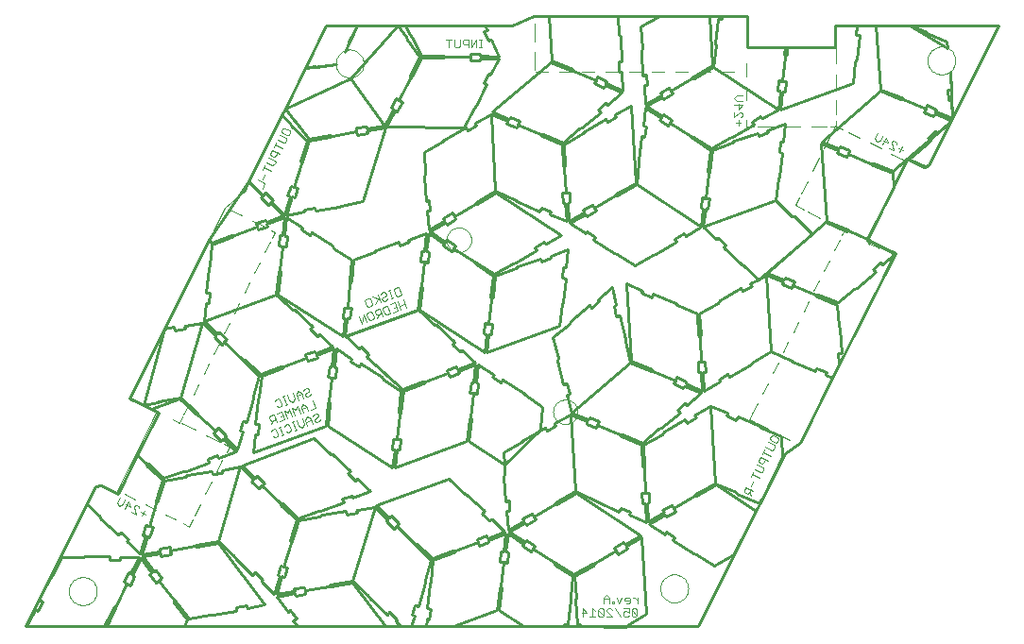
<source format=gbo>
G75*
%MOIN*%
%OFA0B0*%
%FSLAX24Y24*%
%IPPOS*%
%LPD*%
%AMOC8*
5,1,8,0,0,1.08239X$1,22.5*
%
%ADD10C,0.0000*%
%ADD11C,0.0030*%
%ADD12C,0.0039*%
%ADD13C,0.0100*%
D10*
X001464Y000942D02*
X003925Y005873D01*
X004112Y005912D01*
X004642Y005647D01*
X006093Y008539D01*
X005142Y009018D01*
X008482Y015706D01*
X009141Y016296D01*
X012065Y022152D01*
X018610Y022152D01*
X019397Y022467D01*
X026907Y022467D01*
X026907Y021414D01*
X030047Y021414D01*
X030047Y022074D01*
X030145Y022152D01*
X035785Y022152D01*
X033275Y017133D01*
X033147Y017113D01*
X032557Y017408D01*
X031120Y014554D01*
X032097Y014066D01*
X028748Y007379D01*
X028236Y007064D01*
X025175Y000942D01*
X001464Y000942D01*
X002981Y002181D02*
X002983Y002225D01*
X002989Y002269D01*
X002999Y002312D01*
X003012Y002354D01*
X003030Y002394D01*
X003051Y002433D01*
X003075Y002470D01*
X003102Y002505D01*
X003133Y002537D01*
X003166Y002566D01*
X003202Y002592D01*
X003240Y002614D01*
X003280Y002633D01*
X003321Y002649D01*
X003364Y002661D01*
X003407Y002669D01*
X003451Y002673D01*
X003495Y002673D01*
X003539Y002669D01*
X003582Y002661D01*
X003625Y002649D01*
X003666Y002633D01*
X003706Y002614D01*
X003744Y002592D01*
X003780Y002566D01*
X003813Y002537D01*
X003844Y002505D01*
X003871Y002470D01*
X003895Y002433D01*
X003916Y002394D01*
X003934Y002354D01*
X003947Y002312D01*
X003957Y002269D01*
X003963Y002225D01*
X003965Y002181D01*
X003963Y002137D01*
X003957Y002093D01*
X003947Y002050D01*
X003934Y002008D01*
X003916Y001968D01*
X003895Y001929D01*
X003871Y001892D01*
X003844Y001857D01*
X003813Y001825D01*
X003780Y001796D01*
X003744Y001770D01*
X003706Y001748D01*
X003666Y001729D01*
X003625Y001713D01*
X003582Y001701D01*
X003539Y001693D01*
X003495Y001689D01*
X003451Y001689D01*
X003407Y001693D01*
X003364Y001701D01*
X003321Y001713D01*
X003280Y001729D01*
X003240Y001748D01*
X003202Y001770D01*
X003166Y001796D01*
X003133Y001825D01*
X003102Y001857D01*
X003075Y001892D01*
X003051Y001929D01*
X003030Y001968D01*
X003012Y002008D01*
X002999Y002050D01*
X002989Y002093D01*
X002983Y002137D01*
X002981Y002181D01*
X016313Y014581D02*
X016315Y014622D01*
X016321Y014663D01*
X016331Y014703D01*
X016344Y014742D01*
X016361Y014779D01*
X016382Y014815D01*
X016406Y014849D01*
X016433Y014880D01*
X016462Y014908D01*
X016495Y014934D01*
X016529Y014956D01*
X016566Y014975D01*
X016604Y014990D01*
X016644Y015002D01*
X016684Y015010D01*
X016725Y015014D01*
X016767Y015014D01*
X016808Y015010D01*
X016848Y015002D01*
X016888Y014990D01*
X016926Y014975D01*
X016962Y014956D01*
X016997Y014934D01*
X017030Y014908D01*
X017059Y014880D01*
X017086Y014849D01*
X017110Y014815D01*
X017131Y014779D01*
X017148Y014742D01*
X017161Y014703D01*
X017171Y014663D01*
X017177Y014622D01*
X017179Y014581D01*
X017177Y014540D01*
X017171Y014499D01*
X017161Y014459D01*
X017148Y014420D01*
X017131Y014383D01*
X017110Y014347D01*
X017086Y014313D01*
X017059Y014282D01*
X017030Y014254D01*
X016997Y014228D01*
X016963Y014206D01*
X016926Y014187D01*
X016888Y014172D01*
X016848Y014160D01*
X016808Y014152D01*
X016767Y014148D01*
X016725Y014148D01*
X016684Y014152D01*
X016644Y014160D01*
X016604Y014172D01*
X016566Y014187D01*
X016530Y014206D01*
X016495Y014228D01*
X016462Y014254D01*
X016433Y014282D01*
X016406Y014313D01*
X016382Y014347D01*
X016361Y014383D01*
X016344Y014420D01*
X016331Y014459D01*
X016321Y014499D01*
X016315Y014540D01*
X016313Y014581D01*
X020065Y008510D02*
X020067Y008551D01*
X020073Y008592D01*
X020083Y008632D01*
X020096Y008671D01*
X020113Y008708D01*
X020134Y008744D01*
X020158Y008778D01*
X020185Y008809D01*
X020214Y008837D01*
X020247Y008863D01*
X020281Y008885D01*
X020318Y008904D01*
X020356Y008919D01*
X020396Y008931D01*
X020436Y008939D01*
X020477Y008943D01*
X020519Y008943D01*
X020560Y008939D01*
X020600Y008931D01*
X020640Y008919D01*
X020678Y008904D01*
X020714Y008885D01*
X020749Y008863D01*
X020782Y008837D01*
X020811Y008809D01*
X020838Y008778D01*
X020862Y008744D01*
X020883Y008708D01*
X020900Y008671D01*
X020913Y008632D01*
X020923Y008592D01*
X020929Y008551D01*
X020931Y008510D01*
X020929Y008469D01*
X020923Y008428D01*
X020913Y008388D01*
X020900Y008349D01*
X020883Y008312D01*
X020862Y008276D01*
X020838Y008242D01*
X020811Y008211D01*
X020782Y008183D01*
X020749Y008157D01*
X020715Y008135D01*
X020678Y008116D01*
X020640Y008101D01*
X020600Y008089D01*
X020560Y008081D01*
X020519Y008077D01*
X020477Y008077D01*
X020436Y008081D01*
X020396Y008089D01*
X020356Y008101D01*
X020318Y008116D01*
X020282Y008135D01*
X020247Y008157D01*
X020214Y008183D01*
X020185Y008211D01*
X020158Y008242D01*
X020134Y008276D01*
X020113Y008312D01*
X020096Y008349D01*
X020083Y008388D01*
X020073Y008428D01*
X020067Y008469D01*
X020065Y008510D01*
X023850Y002278D02*
X023852Y002322D01*
X023858Y002366D01*
X023868Y002409D01*
X023881Y002451D01*
X023899Y002491D01*
X023920Y002530D01*
X023944Y002567D01*
X023971Y002602D01*
X024002Y002634D01*
X024035Y002663D01*
X024071Y002689D01*
X024109Y002711D01*
X024149Y002730D01*
X024190Y002746D01*
X024233Y002758D01*
X024276Y002766D01*
X024320Y002770D01*
X024364Y002770D01*
X024408Y002766D01*
X024451Y002758D01*
X024494Y002746D01*
X024535Y002730D01*
X024575Y002711D01*
X024613Y002689D01*
X024649Y002663D01*
X024682Y002634D01*
X024713Y002602D01*
X024740Y002567D01*
X024764Y002530D01*
X024785Y002491D01*
X024803Y002451D01*
X024816Y002409D01*
X024826Y002366D01*
X024832Y002322D01*
X024834Y002278D01*
X024832Y002234D01*
X024826Y002190D01*
X024816Y002147D01*
X024803Y002105D01*
X024785Y002065D01*
X024764Y002026D01*
X024740Y001989D01*
X024713Y001954D01*
X024682Y001922D01*
X024649Y001893D01*
X024613Y001867D01*
X024575Y001845D01*
X024535Y001826D01*
X024494Y001810D01*
X024451Y001798D01*
X024408Y001790D01*
X024364Y001786D01*
X024320Y001786D01*
X024276Y001790D01*
X024233Y001798D01*
X024190Y001810D01*
X024149Y001826D01*
X024109Y001845D01*
X024071Y001867D01*
X024035Y001893D01*
X024002Y001922D01*
X023971Y001954D01*
X023944Y001989D01*
X023920Y002026D01*
X023899Y002065D01*
X023881Y002105D01*
X023868Y002147D01*
X023858Y002190D01*
X023852Y002234D01*
X023850Y002278D01*
X012400Y020808D02*
X012402Y020852D01*
X012408Y020896D01*
X012418Y020939D01*
X012431Y020981D01*
X012449Y021021D01*
X012470Y021060D01*
X012494Y021097D01*
X012521Y021132D01*
X012552Y021164D01*
X012585Y021193D01*
X012621Y021219D01*
X012659Y021241D01*
X012699Y021260D01*
X012740Y021276D01*
X012783Y021288D01*
X012826Y021296D01*
X012870Y021300D01*
X012914Y021300D01*
X012958Y021296D01*
X013001Y021288D01*
X013044Y021276D01*
X013085Y021260D01*
X013125Y021241D01*
X013163Y021219D01*
X013199Y021193D01*
X013232Y021164D01*
X013263Y021132D01*
X013290Y021097D01*
X013314Y021060D01*
X013335Y021021D01*
X013353Y020981D01*
X013366Y020939D01*
X013376Y020896D01*
X013382Y020852D01*
X013384Y020808D01*
X013382Y020764D01*
X013376Y020720D01*
X013366Y020677D01*
X013353Y020635D01*
X013335Y020595D01*
X013314Y020556D01*
X013290Y020519D01*
X013263Y020484D01*
X013232Y020452D01*
X013199Y020423D01*
X013163Y020397D01*
X013125Y020375D01*
X013085Y020356D01*
X013044Y020340D01*
X013001Y020328D01*
X012958Y020320D01*
X012914Y020316D01*
X012870Y020316D01*
X012826Y020320D01*
X012783Y020328D01*
X012740Y020340D01*
X012699Y020356D01*
X012659Y020375D01*
X012621Y020397D01*
X012585Y020423D01*
X012552Y020452D01*
X012521Y020484D01*
X012494Y020519D01*
X012470Y020556D01*
X012449Y020595D01*
X012431Y020635D01*
X012418Y020677D01*
X012408Y020720D01*
X012402Y020764D01*
X012400Y020808D01*
X033280Y020913D02*
X033282Y020957D01*
X033288Y021001D01*
X033298Y021044D01*
X033311Y021086D01*
X033329Y021126D01*
X033350Y021165D01*
X033374Y021202D01*
X033401Y021237D01*
X033432Y021269D01*
X033465Y021298D01*
X033501Y021324D01*
X033539Y021346D01*
X033579Y021365D01*
X033620Y021381D01*
X033663Y021393D01*
X033706Y021401D01*
X033750Y021405D01*
X033794Y021405D01*
X033838Y021401D01*
X033881Y021393D01*
X033924Y021381D01*
X033965Y021365D01*
X034005Y021346D01*
X034043Y021324D01*
X034079Y021298D01*
X034112Y021269D01*
X034143Y021237D01*
X034170Y021202D01*
X034194Y021165D01*
X034215Y021126D01*
X034233Y021086D01*
X034246Y021044D01*
X034256Y021001D01*
X034262Y020957D01*
X034264Y020913D01*
X034262Y020869D01*
X034256Y020825D01*
X034246Y020782D01*
X034233Y020740D01*
X034215Y020700D01*
X034194Y020661D01*
X034170Y020624D01*
X034143Y020589D01*
X034112Y020557D01*
X034079Y020528D01*
X034043Y020502D01*
X034005Y020480D01*
X033965Y020461D01*
X033924Y020445D01*
X033881Y020433D01*
X033838Y020425D01*
X033794Y020421D01*
X033750Y020421D01*
X033706Y020425D01*
X033663Y020433D01*
X033620Y020445D01*
X033579Y020461D01*
X033539Y020480D01*
X033501Y020502D01*
X033465Y020528D01*
X033432Y020557D01*
X033401Y020589D01*
X033374Y020624D01*
X033350Y020661D01*
X033329Y020700D01*
X033311Y020740D01*
X033298Y020782D01*
X033288Y020825D01*
X033282Y020869D01*
X033280Y020913D01*
D11*
X031825Y018199D02*
X031891Y018004D01*
X031718Y018090D01*
X031605Y018092D02*
X031476Y018048D01*
X031432Y018178D01*
X031518Y018351D01*
X031691Y018265D02*
X031605Y018092D01*
X031696Y017939D02*
X031825Y018199D01*
X032024Y018046D02*
X032089Y018068D01*
X032176Y018025D01*
X032198Y017960D01*
X032245Y017828D02*
X032419Y017742D01*
X032289Y017699D02*
X032375Y017872D01*
X032090Y017743D02*
X032003Y018003D01*
X032024Y018046D01*
X031917Y017829D02*
X032090Y017743D01*
X026700Y018704D02*
X026506Y018704D01*
X026603Y018800D02*
X026603Y018607D01*
X026700Y018901D02*
X026748Y018950D01*
X026748Y019047D01*
X026700Y019095D01*
X026651Y019095D01*
X026458Y018901D01*
X026458Y019095D01*
X026603Y019196D02*
X026603Y019390D01*
X026555Y019491D02*
X026748Y019491D01*
X026748Y019341D02*
X026603Y019196D01*
X026458Y019341D02*
X026748Y019341D01*
X026555Y019491D02*
X026458Y019588D01*
X026555Y019684D01*
X026748Y019684D01*
X017558Y021373D02*
X017461Y021373D01*
X017509Y021373D02*
X017509Y021663D01*
X017461Y021663D02*
X017558Y021663D01*
X017361Y021663D02*
X017168Y021373D01*
X017168Y021663D01*
X017067Y021663D02*
X016921Y021663D01*
X016873Y021614D01*
X016873Y021518D01*
X016921Y021469D01*
X017067Y021469D01*
X017067Y021373D02*
X017067Y021663D01*
X017361Y021663D02*
X017361Y021373D01*
X016772Y021421D02*
X016772Y021663D01*
X016578Y021663D02*
X016578Y021421D01*
X016627Y021373D01*
X016724Y021373D01*
X016772Y021421D01*
X016477Y021663D02*
X016284Y021663D01*
X016381Y021663D02*
X016381Y021373D01*
X010771Y018440D02*
X010792Y018375D01*
X010749Y018288D01*
X010685Y018267D01*
X010511Y018353D01*
X010489Y018418D01*
X010532Y018504D01*
X010597Y018526D01*
X010771Y018440D01*
X010640Y018176D02*
X010423Y018284D01*
X010337Y018110D02*
X010554Y018003D01*
X010618Y018025D01*
X010661Y018111D01*
X010640Y018176D01*
X010292Y018020D02*
X010206Y017846D01*
X010249Y017933D02*
X010509Y017804D01*
X010421Y017627D02*
X010161Y017756D01*
X010096Y017626D01*
X010118Y017561D01*
X010205Y017518D01*
X010270Y017540D01*
X010334Y017670D01*
X010247Y017384D02*
X010030Y017492D01*
X009944Y017319D02*
X010161Y017211D01*
X010225Y017233D01*
X010268Y017319D01*
X010247Y017384D01*
X009899Y017228D02*
X009813Y017055D01*
X009856Y017141D02*
X010116Y017012D01*
X009898Y016899D02*
X009812Y016726D01*
X009897Y016571D02*
X009811Y016398D01*
X009897Y016571D02*
X009637Y016700D01*
X014239Y012784D02*
X014330Y012817D01*
X014285Y012800D02*
X014384Y012528D01*
X014430Y012544D02*
X014339Y012511D01*
X014228Y012523D02*
X014200Y012461D01*
X014109Y012427D01*
X014047Y012456D01*
X014030Y012502D01*
X014059Y012564D01*
X014150Y012597D01*
X014179Y012659D01*
X014162Y012704D01*
X014100Y012733D01*
X014009Y012700D01*
X013980Y012638D01*
X013869Y012649D02*
X013968Y012376D01*
X013935Y012467D02*
X013687Y012583D01*
X013609Y012503D02*
X013675Y012321D01*
X013646Y012259D01*
X013555Y012226D01*
X013493Y012255D01*
X013427Y012437D01*
X013456Y012499D01*
X013547Y012532D01*
X013609Y012503D01*
X013786Y012310D02*
X013873Y012496D01*
X014081Y012216D02*
X014218Y012265D01*
X014317Y011992D01*
X014180Y011943D01*
X014118Y011972D01*
X014052Y012154D01*
X014081Y012216D01*
X013941Y012164D02*
X013804Y012115D01*
X013775Y012053D01*
X013809Y011962D01*
X013871Y011933D01*
X014007Y011983D01*
X013916Y011949D02*
X013858Y011825D01*
X013747Y011836D02*
X013718Y011774D01*
X013627Y011741D01*
X013565Y011770D01*
X013499Y011952D01*
X013527Y012014D01*
X013618Y012047D01*
X013680Y012018D01*
X013747Y011836D01*
X014040Y011892D02*
X013941Y012164D01*
X014313Y012300D02*
X014494Y012366D01*
X014594Y012093D01*
X014412Y012027D01*
X014453Y012196D02*
X014544Y012230D01*
X014639Y012264D02*
X014821Y012330D01*
X014871Y012194D02*
X014771Y012467D01*
X014706Y012645D02*
X014570Y012595D01*
X014508Y012624D01*
X014442Y012806D01*
X014471Y012868D01*
X014607Y012918D01*
X014706Y012645D01*
X014590Y012401D02*
X014689Y012128D01*
X013486Y011690D02*
X013387Y011963D01*
X013304Y011624D01*
X013205Y011897D01*
X011447Y009325D02*
X011463Y009280D01*
X011434Y009218D01*
X011343Y009185D01*
X011314Y009123D01*
X011331Y009077D01*
X011393Y009048D01*
X011484Y009081D01*
X011513Y009143D01*
X011447Y009325D02*
X011385Y009354D01*
X011294Y009321D01*
X011265Y009259D01*
X011186Y009179D02*
X011062Y009237D01*
X011004Y009113D01*
X011071Y008931D01*
X010942Y008987D02*
X010885Y008863D01*
X010761Y008921D01*
X010694Y009103D01*
X010599Y009068D02*
X010508Y009035D01*
X010554Y009052D02*
X010653Y008779D01*
X010608Y008763D02*
X010699Y008796D01*
X010764Y008617D02*
X010706Y008493D01*
X010582Y008551D01*
X010681Y008278D01*
X010586Y008244D02*
X010404Y008178D01*
X010309Y008143D02*
X010210Y008416D01*
X010073Y008366D01*
X010044Y008304D01*
X010078Y008213D01*
X010140Y008184D01*
X010276Y008234D01*
X010185Y008201D02*
X010127Y008077D01*
X010236Y007915D02*
X010298Y007886D01*
X010364Y007704D01*
X010335Y007642D01*
X010245Y007609D01*
X010183Y007638D01*
X010116Y007820D02*
X010145Y007882D01*
X010236Y007915D01*
X010375Y007965D02*
X010466Y007998D01*
X010421Y007982D02*
X010520Y007709D01*
X010475Y007693D02*
X010565Y007726D01*
X010644Y007806D02*
X010706Y007777D01*
X010797Y007810D01*
X010826Y007872D01*
X010760Y008054D01*
X010698Y008083D01*
X010607Y008049D01*
X010578Y007987D01*
X010586Y008244D02*
X010487Y008517D01*
X010305Y008450D01*
X010445Y008347D02*
X010536Y008380D01*
X010863Y008345D02*
X010764Y008617D01*
X010859Y008652D02*
X010958Y008379D01*
X011023Y008201D02*
X011089Y008019D01*
X011213Y007961D01*
X011271Y008085D01*
X011205Y008267D01*
X011333Y008211D02*
X011399Y008029D01*
X011349Y008165D02*
X011531Y008231D01*
X011515Y008277D02*
X011391Y008335D01*
X011333Y008211D01*
X011515Y008277D02*
X011581Y008095D01*
X011659Y008175D02*
X011721Y008146D01*
X011812Y008179D01*
X011841Y008241D01*
X011763Y008316D02*
X011672Y008283D01*
X011643Y008221D01*
X011659Y008175D01*
X011763Y008316D02*
X011791Y008378D01*
X011775Y008423D01*
X011713Y008452D01*
X011622Y008419D01*
X011593Y008357D01*
X011512Y008581D02*
X011693Y008647D01*
X011594Y008920D01*
X011350Y008728D02*
X011226Y008786D01*
X011169Y008662D01*
X011235Y008480D01*
X011140Y008445D02*
X011040Y008718D01*
X010983Y008594D01*
X010859Y008652D01*
X011185Y008616D02*
X011367Y008683D01*
X011350Y008728D02*
X011417Y008546D01*
X011252Y008997D02*
X011186Y009179D01*
X011203Y009134D02*
X011021Y009067D01*
X010942Y008987D02*
X010876Y009169D01*
X010431Y008956D02*
X010497Y008774D01*
X010469Y008712D01*
X010378Y008679D01*
X010316Y008708D01*
X010249Y008890D02*
X010278Y008952D01*
X010369Y008985D01*
X010431Y008956D01*
X010837Y008133D02*
X010928Y008166D01*
X010882Y008150D02*
X010981Y007877D01*
X010936Y007860D02*
X011027Y007894D01*
X005687Y004888D02*
X005513Y004974D01*
X005557Y004845D02*
X005643Y005018D01*
X005466Y005106D02*
X005444Y005171D01*
X005357Y005214D01*
X005292Y005192D01*
X005271Y005149D01*
X005358Y004889D01*
X005185Y004975D01*
X005159Y005150D02*
X004985Y005236D01*
X004873Y005238D02*
X004744Y005194D01*
X004700Y005324D01*
X004786Y005497D01*
X004959Y005411D02*
X004873Y005238D01*
X004964Y005085D02*
X005093Y005345D01*
X005159Y005150D01*
X021070Y001428D02*
X021263Y001428D01*
X021118Y001573D01*
X021118Y001283D01*
X021364Y001283D02*
X021558Y001283D01*
X021461Y001283D02*
X021461Y001573D01*
X021558Y001477D01*
X021659Y001525D02*
X021853Y001331D01*
X021804Y001283D01*
X021707Y001283D01*
X021659Y001331D01*
X021659Y001525D01*
X021707Y001573D01*
X021804Y001573D01*
X021853Y001525D01*
X021853Y001331D01*
X021954Y001283D02*
X022147Y001283D01*
X021954Y001477D01*
X021954Y001525D01*
X022002Y001573D01*
X022099Y001573D01*
X022147Y001525D01*
X022248Y001573D02*
X022442Y001283D01*
X022543Y001331D02*
X022591Y001283D01*
X022688Y001283D01*
X022736Y001331D01*
X022736Y001428D02*
X022640Y001477D01*
X022591Y001477D01*
X022543Y001428D01*
X022543Y001331D01*
X022736Y001428D02*
X022736Y001573D01*
X022543Y001573D01*
X022646Y001759D02*
X022742Y001759D01*
X022791Y001808D01*
X022791Y001904D01*
X022742Y001953D01*
X022646Y001953D01*
X022597Y001904D01*
X022597Y001856D01*
X022791Y001856D01*
X022891Y001953D02*
X022940Y001953D01*
X023036Y001856D01*
X023036Y001759D02*
X023036Y001953D01*
X022983Y001573D02*
X022886Y001573D01*
X022838Y001525D01*
X023031Y001331D01*
X022983Y001283D01*
X022886Y001283D01*
X022838Y001331D01*
X022838Y001525D01*
X022983Y001573D02*
X023031Y001525D01*
X023031Y001331D01*
X022399Y001759D02*
X022303Y001953D01*
X022201Y001808D02*
X022153Y001808D01*
X022153Y001759D01*
X022201Y001759D01*
X022201Y001808D01*
X022054Y001759D02*
X022054Y001953D01*
X021957Y002050D01*
X021861Y001953D01*
X021861Y001759D01*
X021861Y001904D02*
X022054Y001904D01*
X022399Y001759D02*
X022496Y001953D01*
X027040Y005558D02*
X026997Y005688D01*
X026975Y005645D02*
X027040Y005775D01*
X027126Y005732D02*
X026866Y005861D01*
X026802Y005731D01*
X026824Y005666D01*
X026910Y005623D01*
X026975Y005645D01*
X027041Y005887D02*
X027127Y006060D01*
X027042Y006215D02*
X027128Y006388D01*
X027085Y006302D02*
X027345Y006173D01*
X027390Y006372D02*
X027173Y006479D01*
X027259Y006652D02*
X027476Y006545D01*
X027498Y006480D01*
X027455Y006393D01*
X027390Y006372D01*
X027434Y006678D02*
X027499Y006700D01*
X027564Y006830D01*
X027650Y006787D02*
X027390Y006916D01*
X027326Y006786D01*
X027348Y006722D01*
X027434Y006678D01*
X027435Y007007D02*
X027521Y007180D01*
X027478Y007094D02*
X027738Y006965D01*
X027783Y007163D02*
X027566Y007271D01*
X027652Y007444D02*
X027869Y007337D01*
X027891Y007272D01*
X027848Y007185D01*
X027783Y007163D01*
X027914Y007427D02*
X027741Y007513D01*
X027719Y007578D01*
X027762Y007665D01*
X027827Y007687D01*
X028000Y007601D01*
X028022Y007536D01*
X027979Y007449D01*
X027914Y007427D01*
D12*
X028015Y007730D02*
X028429Y007522D01*
X027662Y007906D02*
X027248Y008113D01*
X027170Y008152D02*
X026993Y008240D01*
X027089Y008422D01*
X027099Y008437D02*
X027284Y008806D01*
X027460Y009158D02*
X027645Y009528D01*
X027821Y009880D02*
X028005Y010249D01*
X028181Y010602D02*
X028366Y010971D01*
X028542Y011323D02*
X028727Y011693D01*
X028903Y012045D02*
X029088Y012414D01*
X029264Y012766D02*
X029448Y013136D01*
X029625Y013488D02*
X029809Y013857D01*
X029985Y014209D02*
X030170Y014579D01*
X030264Y014761D02*
X030371Y014969D01*
X030274Y014967D02*
X029840Y015184D01*
X029487Y015360D02*
X029053Y015577D01*
X028917Y015650D02*
X028612Y015800D01*
X028762Y016098D01*
X028814Y016200D02*
X029044Y016660D01*
X029220Y017012D02*
X029451Y017471D01*
X029627Y017823D02*
X029857Y018282D01*
X029909Y018388D02*
X030026Y018620D01*
X030272Y018496D01*
X030480Y018393D02*
X030887Y018189D01*
X031239Y018013D02*
X031646Y017809D01*
X031998Y017632D02*
X032405Y017429D01*
X030044Y018575D02*
X030044Y018789D01*
X030044Y018575D02*
X029853Y018575D01*
X029729Y018579D02*
X029172Y018578D01*
X028779Y018577D02*
X028222Y018576D01*
X027828Y018576D02*
X027271Y018575D01*
X027148Y018575D02*
X026893Y018577D01*
X026893Y018813D01*
X026892Y019517D02*
X026892Y019970D01*
X026892Y020364D02*
X026892Y020816D01*
X026452Y020517D02*
X026025Y020517D01*
X025631Y020517D02*
X025204Y020517D01*
X024810Y020517D02*
X024383Y020517D01*
X023989Y020517D02*
X023562Y020517D01*
X023168Y020517D02*
X022741Y020516D01*
X022347Y020516D02*
X021920Y020516D01*
X021526Y020516D02*
X021099Y020516D01*
X020705Y020516D02*
X020278Y020516D01*
X019884Y020516D02*
X019457Y020516D01*
X019406Y020573D02*
X019407Y021203D01*
X019408Y021596D02*
X019409Y022226D01*
X009903Y015033D02*
X009449Y015260D01*
X009097Y015436D02*
X008643Y015663D01*
X010105Y014928D02*
X010247Y014858D01*
X010147Y014661D01*
X010067Y014500D02*
X009885Y014136D01*
X009709Y013784D02*
X009527Y013421D01*
X009351Y013069D02*
X009169Y012705D01*
X008993Y012353D02*
X008811Y011990D01*
X008635Y011638D02*
X008453Y011274D01*
X008277Y010922D02*
X008095Y010559D01*
X007919Y010207D02*
X007737Y009843D01*
X007561Y009491D02*
X007379Y009128D01*
X007203Y008776D02*
X007021Y008412D01*
X006980Y008335D02*
X006877Y008131D01*
X006664Y008233D01*
X006959Y008127D02*
X007464Y007873D01*
X007816Y007697D02*
X008322Y007444D01*
X008434Y007390D02*
X008636Y007287D01*
X008535Y007089D01*
X008398Y006823D02*
X008184Y006396D01*
X008008Y006044D02*
X007794Y005617D01*
X007618Y005265D02*
X007404Y004838D01*
X007344Y004703D02*
X007220Y004461D01*
X007009Y004574D01*
X006758Y004701D02*
X006392Y004886D01*
X006041Y005064D02*
X005675Y005249D01*
X005323Y005427D02*
X004957Y005612D01*
X030047Y019015D02*
X030047Y019527D01*
X030047Y019920D02*
X030047Y020432D01*
X030047Y020826D02*
X030047Y021338D01*
X031222Y014453D02*
X031563Y014309D01*
D13*
X004334Y000942D02*
X001461Y000941D01*
X004310Y000941D01*
X007037Y000941D01*
X007151Y001170D01*
X006679Y001799D01*
X006670Y001872D01*
X006155Y002562D01*
X006054Y002485D01*
X005832Y002781D01*
X005893Y002826D01*
X005896Y002844D01*
X005515Y003352D01*
X005219Y002759D01*
X005299Y002719D01*
X005139Y002399D01*
X005026Y002455D01*
X004640Y001682D01*
X004632Y001585D01*
X004310Y000941D01*
X004334Y000942D02*
X004226Y000942D01*
X004578Y001646D01*
X004639Y001687D01*
X005026Y002455D01*
X004912Y002512D01*
X005077Y002842D01*
X005145Y002808D01*
X005162Y002813D01*
X005446Y003381D01*
X004784Y003381D01*
X004784Y003292D01*
X004426Y003292D01*
X004426Y003417D01*
X003562Y003417D01*
X003471Y003381D01*
X002718Y003381D01*
X002382Y002708D01*
X002306Y002640D01*
X001920Y001868D01*
X002037Y001809D01*
X001872Y001480D01*
X001804Y001513D01*
X001782Y001509D01*
X001499Y000942D01*
X004226Y000942D01*
X004334Y000942D02*
X025175Y000942D01*
X027213Y005018D01*
X026431Y003455D01*
X026388Y003448D01*
X025738Y003068D01*
X025108Y003480D01*
X025013Y003500D01*
X024290Y003973D01*
X024358Y004078D01*
X024059Y004274D01*
X024010Y004199D01*
X023455Y004562D01*
X024004Y004882D01*
X024021Y004876D01*
X024059Y004811D01*
X024378Y004997D01*
X024313Y005107D01*
X025058Y005538D01*
X025132Y005539D01*
X025812Y005935D01*
X027213Y005018D01*
X027401Y005394D01*
X028166Y006925D01*
X028125Y007641D01*
X027433Y007938D01*
X027360Y008009D01*
X026567Y008350D01*
X026515Y008230D01*
X026177Y008376D01*
X026207Y008445D01*
X026201Y008467D01*
X025618Y008716D01*
X025778Y005994D01*
X026501Y005684D01*
X026545Y005625D01*
X027335Y005283D01*
X027385Y005401D01*
X027401Y005394D01*
X028236Y007064D01*
X028767Y007418D01*
X029927Y009720D01*
X030186Y010235D01*
X030136Y010231D01*
X030113Y010589D01*
X030238Y010597D01*
X030182Y011459D01*
X030141Y011547D01*
X030092Y012298D01*
X029398Y012590D01*
X029326Y012662D01*
X028531Y012997D01*
X028581Y013118D01*
X028241Y013261D01*
X028212Y013191D01*
X028192Y013180D01*
X027609Y013427D01*
X029681Y015200D01*
X030406Y014894D01*
X030479Y014902D01*
X031153Y014620D01*
X032068Y016451D01*
X032034Y016937D01*
X031339Y017225D01*
X031266Y017296D01*
X030469Y017627D01*
X030518Y017748D01*
X030178Y017889D01*
X030149Y017819D01*
X030129Y017808D01*
X029544Y018052D01*
X031606Y019837D01*
X032333Y019535D01*
X032406Y019544D01*
X033201Y019216D01*
X033249Y019335D01*
X033591Y019195D01*
X033562Y019125D01*
X033568Y019108D01*
X034145Y018873D01*
X034155Y018891D02*
X034068Y020504D01*
X034115Y019888D01*
X033990Y019879D01*
X034017Y019522D01*
X034106Y019529D01*
X034155Y018891D01*
X034108Y018798D02*
X032562Y017438D01*
X032063Y017006D01*
X031368Y017295D01*
X031266Y017296D01*
X030469Y017627D02*
X030418Y017507D01*
X030078Y017649D01*
X030107Y017719D01*
X030101Y017740D01*
X029516Y017982D01*
X029707Y015262D01*
X030434Y014961D01*
X030479Y014902D01*
X030371Y014969D02*
X030607Y014851D01*
X031140Y014593D02*
X032134Y014101D01*
X029927Y009720D01*
X029682Y009823D01*
X029677Y009840D01*
X029706Y009910D01*
X029366Y010053D01*
X029316Y009935D01*
X028525Y010272D01*
X028480Y010331D01*
X027755Y010637D01*
X027580Y013358D01*
X028164Y013112D01*
X028170Y013091D01*
X028140Y013021D01*
X028479Y012877D01*
X028531Y012997D01*
X029326Y012662D02*
X029428Y012659D01*
X030121Y012366D01*
X030693Y012856D01*
X030785Y012887D01*
X031442Y013449D01*
X031360Y013544D01*
X031632Y013777D01*
X031690Y013709D01*
X032122Y014079D01*
X031153Y014620D01*
X031140Y014593D02*
X032577Y017467D01*
X032589Y017461D01*
X034089Y018760D01*
X033624Y018358D01*
X033565Y018425D01*
X033295Y018191D01*
X033377Y018096D01*
X032724Y017530D01*
X032632Y017498D01*
X032589Y017461D01*
X033167Y017172D01*
X033315Y017212D01*
X034089Y018760D01*
X035785Y022152D01*
X030024Y022152D01*
X030024Y021375D01*
X028329Y021375D01*
X028303Y021142D01*
X028254Y021053D01*
X028155Y020195D01*
X028025Y020210D01*
X027983Y019844D01*
X028059Y019835D01*
X028074Y019820D01*
X028001Y019190D01*
X025719Y020683D01*
X025809Y021465D01*
X025781Y021532D01*
X025877Y022387D01*
X026004Y022372D01*
X026015Y022467D01*
X025584Y022467D01*
X023814Y022479D01*
X023161Y022104D01*
X023205Y021353D01*
X023175Y021260D01*
X023225Y020398D01*
X023350Y020405D01*
X023371Y020047D01*
X023282Y020042D01*
X023321Y019381D01*
X023871Y019698D01*
X023875Y019715D01*
X023837Y019781D01*
X024157Y019965D01*
X024221Y019854D01*
X024965Y020285D01*
X025002Y020349D01*
X025685Y020741D01*
X025584Y022467D01*
X022356Y022467D01*
X019912Y022467D01*
X020011Y020923D01*
X020736Y020617D01*
X020781Y020559D01*
X021573Y020222D01*
X021622Y020339D01*
X021962Y020196D01*
X021933Y020126D01*
X021939Y020109D01*
X022524Y019862D01*
X022481Y020523D01*
X022392Y020517D01*
X022369Y020875D01*
X022494Y020883D01*
X022439Y021745D01*
X022397Y021833D01*
X022356Y022467D01*
X019912Y022467D02*
X019397Y022467D01*
X018610Y022152D01*
X017665Y022152D01*
X014864Y022152D01*
X015021Y021831D01*
X015097Y021762D01*
X015428Y021086D01*
X016180Y021080D01*
X016271Y021043D01*
X017135Y021037D01*
X017136Y021162D01*
X017494Y021159D01*
X017493Y021070D01*
X018155Y021065D01*
X017876Y021635D01*
X017859Y021640D01*
X017791Y021607D01*
X017628Y021938D01*
X017743Y021994D01*
X017665Y022152D01*
X017492Y020998D02*
X017492Y020908D01*
X017134Y020911D01*
X017135Y021037D01*
X017492Y020998D02*
X018155Y020992D01*
X017866Y020426D01*
X017849Y020422D01*
X017782Y020457D01*
X017614Y020127D01*
X017728Y020070D01*
X017335Y019304D01*
X017273Y019264D01*
X016916Y018563D01*
X014189Y018584D01*
X014476Y019149D01*
X014498Y019153D01*
X014566Y019119D01*
X014734Y019447D01*
X014617Y019507D01*
X014501Y019566D01*
X014334Y019237D01*
X014402Y019202D01*
X014411Y019182D01*
X014122Y018618D01*
X012901Y020274D01*
X014591Y022152D01*
X014890Y021747D01*
X014914Y021653D01*
X015361Y021047D01*
X015019Y020377D01*
X015009Y020276D01*
X014617Y019507D01*
X015009Y020276D02*
X015086Y020343D01*
X015427Y021014D01*
X016180Y021008D01*
X016271Y021043D01*
X014864Y022152D02*
X014591Y022152D01*
X013144Y022152D01*
X012710Y021218D01*
X012861Y021513D01*
X012857Y021587D01*
X013144Y022152D01*
X012065Y022152D01*
X010601Y019221D01*
X012901Y020274D01*
X012413Y020796D02*
X011311Y020643D01*
X011659Y020702D01*
X011728Y020677D01*
X012413Y020796D01*
X010601Y019221D02*
X010906Y018808D01*
X010989Y018756D01*
X011436Y018151D01*
X012177Y018280D01*
X012277Y018259D01*
X013127Y018407D01*
X013105Y018536D01*
X013469Y018599D01*
X013482Y018524D01*
X013498Y018509D01*
X014122Y018618D01*
X014135Y018544D02*
X013351Y015933D01*
X012576Y015798D01*
X012519Y015751D01*
X011672Y015601D01*
X011650Y015727D01*
X011286Y015664D01*
X011299Y015589D01*
X011290Y015574D01*
X010664Y015465D01*
X010855Y016100D01*
X010940Y016074D01*
X011043Y016417D01*
X010923Y016453D01*
X011171Y017281D01*
X011163Y017378D01*
X011379Y018099D01*
X010831Y018614D01*
X010787Y018706D01*
X010486Y018990D01*
X009314Y016642D01*
X009829Y016154D01*
X009916Y016248D01*
X010185Y015994D01*
X010133Y015939D01*
X010132Y015922D01*
X010595Y015486D01*
X010785Y016121D01*
X010700Y016146D01*
X010803Y016489D01*
X010923Y016453D01*
X010090Y015876D02*
X010556Y015444D01*
X009936Y015211D01*
X009904Y015295D01*
X009569Y015169D01*
X009614Y015051D01*
X008805Y014747D01*
X008707Y014749D01*
X008003Y014484D01*
X007913Y014567D01*
X009315Y016644D01*
X009837Y016163D01*
X009750Y016070D01*
X010021Y015819D01*
X010073Y015874D01*
X010090Y015876D01*
X010582Y015377D02*
X009961Y015143D01*
X009993Y015060D01*
X009658Y014934D01*
X009614Y015051D01*
X010426Y014742D02*
X010501Y014735D01*
X010516Y014745D01*
X010582Y015377D01*
X010664Y015368D02*
X011220Y015008D01*
X011172Y014933D01*
X011473Y014739D01*
X011541Y014845D01*
X012267Y014376D01*
X012323Y014296D01*
X012956Y013888D01*
X012873Y013140D01*
X012900Y013042D01*
X012805Y012184D01*
X012935Y012169D01*
X012894Y011803D01*
X012819Y011811D01*
X012800Y011799D01*
X012731Y011169D01*
X015289Y012115D01*
X015375Y012897D01*
X015418Y012956D01*
X015515Y013811D01*
X015388Y013825D01*
X015428Y014192D01*
X015504Y014184D01*
X015518Y014194D01*
X015588Y014826D01*
X014966Y014596D01*
X014997Y014512D01*
X014662Y014388D01*
X014618Y014506D01*
X013808Y014206D01*
X013735Y014141D01*
X013029Y013880D01*
X012947Y013132D01*
X012900Y013042D01*
X012805Y012184D02*
X012675Y012198D01*
X012635Y011831D01*
X012711Y011823D01*
X012726Y011808D01*
X012657Y011178D01*
X010366Y012657D01*
X010452Y013439D01*
X010423Y013507D01*
X010515Y014362D01*
X010641Y014348D01*
X010682Y014715D01*
X010606Y014723D01*
X010594Y014736D01*
X010664Y015368D01*
X010426Y014742D02*
X010388Y014375D01*
X010515Y014362D01*
X010423Y013507D02*
X010380Y013447D01*
X010298Y012664D01*
X007746Y011704D01*
X007811Y012334D01*
X007830Y012346D01*
X007906Y012338D01*
X007944Y012705D01*
X007814Y012719D01*
X007904Y013577D01*
X007951Y013667D01*
X008028Y014416D01*
X008733Y014681D01*
X008805Y014747D01*
X007922Y014582D02*
X005126Y008993D01*
X005605Y008751D01*
X006350Y011442D01*
X006689Y011504D01*
X006713Y011375D01*
X007075Y011442D01*
X007061Y011516D01*
X007072Y011536D01*
X007695Y011649D01*
X006932Y009031D01*
X006158Y008890D01*
X006102Y008843D01*
X005605Y008751D01*
X006140Y008481D01*
X005391Y006989D01*
X005674Y006723D01*
X005717Y006631D01*
X006267Y006117D01*
X006052Y005396D01*
X006061Y005298D01*
X005814Y004470D01*
X005694Y004506D01*
X005591Y004163D01*
X005677Y004138D01*
X005488Y003503D01*
X005024Y003937D01*
X005025Y003955D01*
X005077Y004010D01*
X004807Y004263D01*
X004720Y004169D01*
X004094Y004760D01*
X004073Y004830D01*
X003618Y005257D01*
X003925Y005873D02*
X001464Y000942D01*
X001499Y000942D01*
X005572Y003400D02*
X005970Y002870D01*
X006041Y002924D01*
X006256Y002638D01*
X006155Y002562D01*
X006674Y001871D01*
X006757Y001820D01*
X007209Y001218D01*
X007949Y001353D01*
X008049Y001334D01*
X008898Y001488D01*
X008875Y001617D01*
X009238Y001682D01*
X009252Y001607D01*
X009268Y001593D01*
X009892Y001707D01*
X008255Y003888D01*
X007481Y003747D01*
X007412Y003772D01*
X006565Y003620D01*
X006543Y003746D01*
X006179Y003682D01*
X006192Y003607D01*
X006183Y003592D01*
X005557Y003482D01*
X005747Y004117D01*
X005832Y004091D01*
X005934Y004434D01*
X005814Y004470D01*
X006061Y005298D02*
X006121Y005375D01*
X006336Y006096D01*
X007078Y006226D01*
X007164Y006279D01*
X008014Y006429D01*
X008037Y006300D01*
X008400Y006365D01*
X008387Y006439D01*
X008398Y006459D01*
X009022Y006568D01*
X008243Y003955D01*
X008818Y003417D01*
X008839Y003346D01*
X009465Y002756D01*
X009552Y002849D01*
X009822Y002597D01*
X009770Y002541D01*
X009769Y002524D01*
X010233Y002089D01*
X010422Y002724D01*
X010336Y002750D01*
X010438Y003093D01*
X010559Y003057D01*
X010805Y003885D01*
X010866Y003961D01*
X011081Y004683D01*
X011822Y004813D01*
X011909Y004866D01*
X012759Y005015D01*
X012782Y004887D01*
X013145Y004951D01*
X013132Y005026D01*
X013142Y005045D01*
X013767Y005155D01*
X012988Y002541D01*
X013562Y002003D01*
X013584Y001933D01*
X014210Y001342D01*
X014297Y001436D01*
X014566Y001183D01*
X014515Y001128D01*
X014514Y001110D01*
X014694Y000941D01*
X015057Y000941D01*
X015167Y001310D01*
X015081Y001336D01*
X015183Y001679D01*
X015304Y001643D01*
X015550Y002471D01*
X015541Y002568D01*
X015756Y003290D01*
X015207Y003804D01*
X015163Y003896D01*
X014534Y004487D01*
X014623Y004582D01*
X014354Y004834D01*
X014302Y004779D01*
X014280Y004775D01*
X013818Y005209D01*
X016376Y006154D01*
X016950Y005616D01*
X017021Y005599D01*
X017651Y005012D01*
X017563Y004919D01*
X017833Y004667D01*
X017885Y004722D01*
X017902Y004724D01*
X018366Y004289D01*
X017744Y004060D01*
X017713Y004144D01*
X017377Y004019D01*
X017421Y003902D01*
X016610Y003602D01*
X016538Y003537D01*
X015832Y003276D01*
X015750Y002528D01*
X015702Y002438D01*
X015608Y001580D01*
X015738Y001565D01*
X015697Y001199D01*
X015621Y001207D01*
X015603Y001195D01*
X015575Y000941D01*
X016551Y000941D01*
X018092Y001510D01*
X018178Y002293D01*
X018221Y002352D01*
X018318Y003207D01*
X018444Y003192D01*
X018487Y003559D01*
X018412Y003568D01*
X018400Y003581D01*
X018473Y004212D01*
X019028Y003849D01*
X018979Y003775D01*
X019278Y003579D01*
X019347Y003684D01*
X020070Y003211D01*
X020166Y003191D01*
X020796Y002779D01*
X021446Y003159D01*
X021546Y003174D01*
X022292Y003609D01*
X022358Y003497D01*
X022676Y003683D01*
X022638Y003748D01*
X022641Y003770D01*
X023189Y004089D01*
X023364Y001368D01*
X022684Y000971D01*
X022647Y000908D01*
X021037Y000941D01*
X021032Y001018D01*
X020906Y001010D01*
X020851Y001872D01*
X020881Y001964D01*
X020833Y002716D01*
X021483Y003094D01*
X021546Y003174D01*
X022292Y003609D02*
X022227Y003722D01*
X022545Y003907D01*
X022583Y003842D01*
X022604Y003834D01*
X023151Y004154D01*
X020869Y005646D01*
X020189Y005250D01*
X020116Y005249D01*
X019371Y004818D01*
X019308Y004928D01*
X018988Y004744D01*
X019025Y004678D01*
X019022Y004661D01*
X018471Y004344D01*
X018433Y005006D01*
X018522Y005011D01*
X018501Y005368D01*
X018375Y005361D01*
X018325Y006224D01*
X018356Y006316D01*
X018336Y006665D01*
X019629Y007868D01*
X019609Y007942D01*
X019696Y008689D01*
X019067Y009101D01*
X019011Y009181D01*
X018288Y009654D01*
X018219Y009549D01*
X017919Y009745D01*
X017968Y009820D01*
X017414Y010182D01*
X017340Y009551D01*
X017352Y009538D01*
X017427Y009530D01*
X017385Y009162D01*
X017258Y009178D01*
X017161Y008323D01*
X017190Y008255D01*
X017100Y007473D01*
X018336Y006665D01*
X018312Y007068D01*
X018965Y007442D01*
X019028Y007522D01*
X019776Y007953D01*
X019842Y007840D01*
X020161Y008024D01*
X020123Y008090D01*
X020126Y008111D01*
X020676Y008427D01*
X020835Y005705D01*
X021558Y005395D01*
X021603Y005336D01*
X022393Y004994D01*
X022442Y005112D01*
X022782Y004966D01*
X022752Y004896D01*
X022758Y004880D01*
X023341Y004629D01*
X023303Y005290D01*
X023213Y005285D01*
X023193Y005643D01*
X023318Y005650D01*
X023268Y006513D01*
X023298Y006605D01*
X023254Y007357D01*
X023907Y007731D01*
X023971Y007811D01*
X024719Y008242D01*
X024784Y008129D01*
X025103Y008313D01*
X025065Y008379D01*
X025069Y008400D01*
X025618Y008716D01*
X025294Y009182D02*
X024788Y008754D01*
X024731Y008822D01*
X024457Y008591D01*
X024538Y008495D01*
X023879Y007937D01*
X023786Y007906D01*
X023211Y007420D01*
X022520Y007717D01*
X022418Y007720D01*
X021625Y008061D01*
X021676Y008181D01*
X021337Y008326D01*
X021307Y008256D01*
X021288Y008245D01*
X020705Y008496D01*
X022788Y010256D01*
X022602Y011021D01*
X022622Y011092D01*
X022422Y011929D01*
X022298Y011898D01*
X022211Y012257D01*
X022284Y012275D01*
X022294Y012289D01*
X022144Y012907D01*
X021639Y012479D01*
X021696Y012411D01*
X021423Y012180D01*
X021342Y012275D01*
X020682Y011718D01*
X020636Y011632D01*
X020061Y011146D01*
X020240Y010414D01*
X020225Y010313D01*
X020429Y009475D01*
X020556Y009505D01*
X020643Y009147D01*
X020569Y009129D01*
X020555Y009112D01*
X020705Y008496D01*
X020676Y008427D02*
X021259Y008178D01*
X021264Y008156D01*
X021234Y008087D01*
X021573Y007941D01*
X021625Y008061D01*
X022418Y007720D02*
X022490Y007649D01*
X023182Y007352D01*
X023226Y006601D01*
X023268Y006513D01*
X023318Y005650D02*
X023443Y005657D01*
X023464Y005300D01*
X023375Y005295D01*
X023414Y004633D01*
X023964Y004950D01*
X023968Y004967D01*
X023930Y005033D01*
X024250Y005217D01*
X024313Y005107D01*
X025058Y005538D02*
X025095Y005601D01*
X025778Y005994D01*
X025294Y009182D02*
X024710Y009432D01*
X024695Y009425D01*
X024665Y009355D01*
X024325Y009500D01*
X024376Y009617D01*
X024425Y009735D01*
X024765Y009591D01*
X024736Y009522D01*
X024741Y009505D01*
X025327Y009258D01*
X025284Y009919D01*
X025195Y009913D01*
X025172Y010271D01*
X025297Y010279D01*
X025242Y011141D01*
X025272Y011234D01*
X025224Y011985D01*
X025874Y012363D01*
X025937Y012444D01*
X026683Y012878D01*
X026749Y012766D01*
X027067Y012952D01*
X027029Y013017D01*
X027032Y013039D01*
X027304Y013198D01*
X029117Y014718D01*
X029109Y014726D01*
X029197Y014819D01*
X028571Y015409D01*
X028499Y015426D01*
X027928Y015968D01*
X025365Y015038D01*
X025824Y014602D01*
X025846Y014605D01*
X025898Y014660D01*
X026166Y014406D01*
X026077Y014311D01*
X026703Y013717D01*
X026797Y013679D01*
X027304Y013198D01*
X027580Y013358D01*
X025365Y015038D02*
X025438Y015668D01*
X025456Y015679D01*
X025532Y015671D01*
X025575Y016037D01*
X025445Y016052D01*
X025545Y016909D01*
X025593Y016999D01*
X025679Y017747D01*
X026387Y018004D01*
X026459Y018069D01*
X027271Y018363D01*
X027314Y018245D01*
X027651Y018367D01*
X027620Y018451D01*
X028243Y018677D01*
X028170Y018046D01*
X028156Y018036D01*
X028080Y018045D01*
X028038Y017678D01*
X028164Y017664D01*
X028063Y016809D01*
X028019Y016750D01*
X027928Y015968D01*
X025445Y016052D02*
X025315Y016067D01*
X025273Y015701D01*
X025349Y015692D01*
X025364Y015676D01*
X025291Y015047D01*
X023009Y016539D01*
X023099Y017321D01*
X023071Y017389D01*
X023167Y018244D01*
X023294Y018229D01*
X023337Y018596D01*
X023261Y018604D01*
X023249Y018617D01*
X023323Y019249D01*
X023877Y018886D01*
X023828Y018811D01*
X024128Y018615D01*
X024197Y018720D01*
X024920Y018247D01*
X025015Y018228D01*
X025645Y017816D01*
X026295Y018196D01*
X026396Y018211D01*
X027141Y018646D01*
X027076Y018759D01*
X027395Y018944D01*
X027433Y018878D01*
X027453Y018870D01*
X028001Y019190D01*
X028075Y019181D02*
X030638Y020112D01*
X030729Y020893D01*
X030773Y020953D01*
X030874Y021807D01*
X030747Y021821D01*
X030786Y022152D01*
X031460Y022152D02*
X031631Y019899D01*
X032360Y019602D01*
X032406Y019544D01*
X033201Y019216D02*
X033152Y019099D01*
X033493Y018957D01*
X033522Y019027D01*
X033538Y019035D01*
X034108Y018798D01*
X033967Y021351D02*
X032665Y022152D01*
X033179Y021942D01*
X033252Y021872D01*
X033949Y021588D01*
X033967Y021351D01*
X028329Y021375D02*
X028254Y021375D01*
X028228Y021151D01*
X028254Y021053D01*
X028254Y021375D02*
X026911Y021375D01*
X026911Y022467D01*
X026015Y022467D01*
X025719Y020683D02*
X025039Y020286D01*
X024965Y020285D01*
X024221Y019854D02*
X024285Y019744D01*
X023966Y019558D01*
X023928Y019624D01*
X023911Y019629D01*
X023362Y019309D01*
X023917Y018947D01*
X023966Y019021D01*
X024265Y018825D01*
X024197Y018720D01*
X024920Y018247D02*
X024976Y018167D01*
X025606Y017755D01*
X025518Y017008D01*
X025545Y016909D01*
X025291Y015047D02*
X024743Y014727D01*
X024723Y014735D01*
X024685Y014801D01*
X024366Y014615D01*
X024431Y014502D01*
X023686Y014068D01*
X023585Y014052D01*
X022935Y013673D01*
X022305Y014085D01*
X022210Y014104D01*
X021487Y014577D01*
X021555Y014682D01*
X021256Y014878D01*
X021207Y014803D01*
X020652Y015166D01*
X021201Y015486D01*
X021218Y015480D01*
X021256Y015415D01*
X021575Y015601D01*
X021511Y015711D01*
X022255Y016142D01*
X022329Y016143D01*
X023009Y016539D01*
X022975Y016598D02*
X022292Y016206D01*
X022255Y016142D01*
X022975Y016598D02*
X022815Y019320D01*
X022266Y019004D01*
X022263Y018983D01*
X022300Y018917D01*
X021981Y018733D01*
X021916Y018846D01*
X021168Y018415D01*
X021104Y018336D01*
X020452Y017961D01*
X020495Y017209D01*
X020465Y017117D01*
X020515Y016254D01*
X020640Y016262D01*
X020661Y015904D01*
X020572Y015899D01*
X020611Y015238D01*
X021161Y015554D01*
X021165Y015572D01*
X021127Y015637D01*
X021447Y015822D01*
X021511Y015711D01*
X020500Y015895D02*
X020538Y015233D01*
X019955Y015484D01*
X019949Y015500D01*
X019979Y015570D01*
X019639Y015716D01*
X019590Y015598D01*
X018800Y015940D01*
X018756Y015999D01*
X018032Y016309D01*
X017873Y019031D01*
X018456Y018782D01*
X018461Y018761D01*
X018431Y018691D01*
X018770Y018545D01*
X018822Y018665D01*
X018873Y018785D01*
X018534Y018930D01*
X018504Y018860D01*
X018485Y018850D01*
X017903Y019100D01*
X019985Y020861D01*
X020708Y020550D01*
X020781Y020559D01*
X021573Y020222D02*
X021522Y020105D01*
X021862Y019959D01*
X021892Y020029D01*
X021908Y020036D01*
X022491Y019786D01*
X021985Y019358D01*
X021928Y019426D01*
X021654Y019195D01*
X021735Y019099D01*
X021076Y018541D01*
X020983Y018510D01*
X020408Y018024D01*
X019717Y018322D01*
X019615Y018325D01*
X018822Y018665D01*
X019615Y018325D02*
X019687Y018253D01*
X020379Y017957D01*
X020423Y017205D01*
X020465Y017117D01*
X020515Y016254D02*
X020390Y016247D01*
X020411Y015889D01*
X020500Y015895D01*
X020348Y014758D02*
X018066Y016250D01*
X017386Y015854D01*
X017313Y015853D01*
X016568Y015422D01*
X016505Y015533D01*
X016185Y015348D01*
X016223Y015283D01*
X016219Y015265D01*
X015668Y014949D01*
X015630Y015610D01*
X015719Y015615D01*
X015698Y015973D01*
X015573Y015965D01*
X015522Y016828D01*
X015553Y016920D01*
X015509Y017672D01*
X016162Y018047D01*
X016225Y018126D01*
X016973Y018557D01*
X017039Y018444D01*
X017358Y018628D01*
X017320Y018694D01*
X017323Y018716D01*
X017873Y019031D01*
X018032Y016309D02*
X017350Y015917D01*
X017313Y015853D01*
X016568Y015422D02*
X016633Y015312D01*
X016314Y015126D01*
X016275Y015191D01*
X016259Y015197D01*
X015710Y014877D01*
X016264Y014514D01*
X016313Y014589D01*
X016613Y014393D01*
X016544Y014288D01*
X017267Y013815D01*
X017363Y013796D01*
X017993Y013384D01*
X018643Y013763D01*
X018743Y013779D01*
X019489Y014213D01*
X019424Y014326D01*
X019742Y014512D01*
X019780Y014446D01*
X019801Y014438D01*
X020348Y014758D01*
X020591Y014245D02*
X019968Y014019D01*
X019999Y013935D01*
X019662Y013813D01*
X019619Y013931D01*
X018807Y013636D01*
X018734Y013571D01*
X018027Y013315D01*
X017940Y012567D01*
X017892Y012477D01*
X017793Y011620D01*
X017922Y011604D01*
X017879Y011238D01*
X017804Y011247D01*
X017785Y011235D01*
X017713Y010606D01*
X020276Y011536D01*
X020367Y012318D01*
X020410Y012377D01*
X020512Y013231D01*
X020385Y013246D01*
X020428Y013613D01*
X020503Y013604D01*
X020518Y013614D01*
X020591Y014245D01*
X022639Y013040D02*
X022814Y010319D01*
X023539Y010013D01*
X023584Y009954D01*
X024376Y009617D01*
X023584Y009954D02*
X023511Y009946D01*
X022788Y010256D01*
X025200Y011229D02*
X025242Y011141D01*
X025200Y011229D02*
X025152Y011980D01*
X024458Y012272D01*
X024385Y012344D01*
X023590Y012679D01*
X023539Y012559D01*
X023199Y012703D01*
X023229Y012773D01*
X023223Y012794D01*
X022639Y013040D01*
X025297Y010279D02*
X025423Y010287D01*
X025446Y009929D01*
X025357Y009924D01*
X025399Y009263D01*
X025948Y009583D01*
X025951Y009600D01*
X025913Y009665D01*
X026232Y009851D01*
X026296Y009741D01*
X027038Y010177D01*
X027075Y010240D01*
X027755Y010637D01*
X031563Y014309D02*
X031589Y014371D01*
X031257Y014535D01*
X031222Y014453D01*
X028075Y019181D02*
X028148Y019811D01*
X028166Y019823D01*
X028242Y019814D01*
X028285Y020180D01*
X028155Y020195D01*
X017953Y013323D02*
X017866Y012575D01*
X017892Y012477D01*
X017953Y013323D02*
X017323Y013735D01*
X017267Y013815D01*
X016544Y014288D02*
X016475Y014183D01*
X016176Y014379D01*
X016225Y014453D01*
X015670Y014816D01*
X015597Y014185D01*
X015609Y014172D01*
X015684Y014163D01*
X015642Y013796D01*
X015515Y013811D01*
X015418Y012956D02*
X015447Y012889D01*
X015356Y012107D01*
X017638Y010614D01*
X017712Y011244D01*
X017696Y011259D01*
X017621Y011268D01*
X017663Y011634D01*
X017793Y011620D01*
X016591Y010983D02*
X016504Y010890D01*
X016773Y010637D01*
X016825Y010693D01*
X016843Y010694D01*
X017306Y010260D01*
X016685Y010030D01*
X016654Y010114D01*
X016318Y009990D01*
X016361Y009872D01*
X015551Y009572D01*
X015453Y009575D01*
X014747Y009314D01*
X014199Y009829D01*
X014104Y009867D01*
X013474Y010457D01*
X013563Y010553D01*
X013294Y010804D01*
X013242Y010749D01*
X013220Y010746D01*
X012758Y011180D01*
X015316Y012125D01*
X015890Y011586D01*
X015962Y011569D01*
X016591Y010983D01*
X016710Y009962D02*
X017331Y010192D01*
X017262Y009560D01*
X017247Y009550D01*
X017172Y009558D01*
X017131Y009191D01*
X017258Y009178D01*
X016741Y009878D02*
X016405Y009754D01*
X016361Y009872D01*
X016710Y009962D02*
X016741Y009878D01*
X015551Y009572D02*
X015478Y009507D01*
X014772Y009246D01*
X014691Y008498D01*
X014643Y008408D01*
X014548Y007550D01*
X014678Y007535D01*
X014637Y007169D01*
X014562Y007177D01*
X014543Y007166D01*
X014474Y006536D01*
X017032Y007481D01*
X017118Y008263D01*
X017161Y008323D01*
X014643Y008408D02*
X014616Y008506D01*
X014699Y009254D01*
X014067Y009663D01*
X014010Y009742D01*
X013284Y010211D01*
X013216Y010105D01*
X012915Y010299D01*
X012964Y010375D01*
X012407Y010734D01*
X012338Y010103D01*
X012350Y010089D01*
X012425Y010081D01*
X012385Y009714D01*
X012258Y009728D01*
X012166Y008873D01*
X012195Y008805D01*
X012109Y008023D01*
X014400Y006544D01*
X014470Y007174D01*
X014454Y007189D01*
X014379Y007198D01*
X014419Y007564D01*
X014548Y007550D01*
X012906Y006426D02*
X012818Y006333D01*
X013088Y006080D01*
X013140Y006136D01*
X013157Y006137D01*
X013621Y005703D01*
X012999Y005473D01*
X012968Y005557D01*
X012633Y005433D01*
X012676Y005315D01*
X011866Y005016D01*
X011768Y005018D01*
X011062Y004757D01*
X010513Y005272D01*
X010419Y005310D01*
X009789Y005900D01*
X009878Y005996D01*
X009609Y006248D01*
X009557Y006192D01*
X009535Y006189D01*
X009073Y006623D01*
X011631Y007568D01*
X012205Y007030D01*
X012276Y007012D01*
X012906Y006426D01*
X013767Y005155D02*
X014229Y004721D01*
X014228Y004700D01*
X014176Y004644D01*
X014444Y004392D01*
X014534Y004487D01*
X015163Y003896D02*
X015258Y003859D01*
X015807Y003344D01*
X016513Y003605D01*
X016610Y003602D01*
X017421Y003902D02*
X017464Y003784D01*
X017800Y003908D01*
X017769Y003992D01*
X018391Y004221D01*
X018321Y003590D01*
X018307Y003580D01*
X018231Y003588D01*
X018191Y003221D01*
X018318Y003207D01*
X019067Y003910D02*
X019116Y003985D01*
X019416Y003789D01*
X019347Y003684D01*
X019067Y003910D02*
X018513Y004273D01*
X019062Y004593D01*
X019078Y004587D01*
X019116Y004522D01*
X019436Y004708D01*
X019371Y004818D01*
X020116Y005249D02*
X020153Y005312D01*
X020835Y005705D01*
X020070Y003211D02*
X020126Y003131D01*
X020756Y002719D01*
X020669Y001971D01*
X020695Y001873D01*
X020596Y001016D01*
X020466Y001030D01*
X020455Y000941D01*
X019018Y000941D01*
X018159Y001503D01*
X018250Y002285D01*
X018221Y002352D01*
X019018Y000941D02*
X016551Y000941D01*
X015575Y000941D02*
X015057Y000941D01*
X014694Y000941D02*
X014151Y000941D01*
X011056Y000941D01*
X010900Y001149D01*
X011001Y001224D01*
X010786Y001510D01*
X010714Y001457D01*
X010317Y001987D01*
X010942Y002100D01*
X010956Y002090D01*
X010969Y002015D01*
X011333Y002081D01*
X011309Y002206D01*
X012156Y002358D01*
X012226Y002334D01*
X013000Y002475D01*
X014151Y000941D01*
X012988Y002541D02*
X012213Y002405D01*
X012156Y002358D01*
X011309Y002206D02*
X011288Y002332D01*
X010924Y002268D01*
X010937Y002193D01*
X010928Y002178D01*
X010302Y002068D01*
X010491Y002703D01*
X010577Y002678D01*
X010679Y003021D01*
X010559Y003057D01*
X010805Y003885D02*
X010797Y003982D01*
X011012Y004703D01*
X010462Y005218D01*
X010419Y005310D01*
X009789Y005900D02*
X009699Y005805D01*
X009431Y006058D01*
X009483Y006113D01*
X009485Y006135D01*
X009022Y006568D01*
X008876Y007116D02*
X008255Y006887D01*
X008224Y006971D01*
X007888Y006846D01*
X007931Y006729D01*
X007121Y006429D01*
X007023Y006432D01*
X006317Y006171D01*
X005768Y006686D01*
X005674Y006723D01*
X005391Y006989D02*
X004703Y005617D01*
X004112Y005912D01*
X003925Y005873D01*
X005572Y003400D02*
X006197Y003514D01*
X006211Y003503D01*
X006224Y003428D01*
X006588Y003495D01*
X006565Y003620D01*
X007412Y003772D02*
X007468Y003819D01*
X008243Y003955D01*
X007037Y000941D02*
X011056Y000941D01*
X009490Y007070D02*
X012042Y008030D01*
X012123Y008813D01*
X012166Y008873D01*
X012258Y009728D02*
X012131Y009741D01*
X012169Y010109D01*
X012245Y010101D01*
X012259Y010111D01*
X012325Y010743D01*
X011705Y010509D01*
X011736Y010426D01*
X011401Y010300D01*
X011357Y010417D01*
X010548Y010113D01*
X010476Y010047D01*
X009772Y009782D01*
X009694Y009034D01*
X009647Y008943D01*
X009558Y008085D01*
X009688Y008071D01*
X009649Y007704D01*
X009573Y007712D01*
X009555Y007700D01*
X009490Y007070D01*
X008933Y007177D02*
X009118Y007813D01*
X009032Y007838D01*
X009132Y008182D01*
X009253Y008147D01*
X009495Y008976D01*
X009485Y009073D01*
X009696Y009796D01*
X009144Y010307D01*
X009100Y010399D01*
X008466Y010985D01*
X008555Y011082D01*
X008284Y011332D01*
X008233Y011276D01*
X008211Y011273D01*
X007746Y011704D01*
X007695Y011649D02*
X008161Y011218D01*
X008159Y011197D01*
X008107Y011141D01*
X008377Y010890D01*
X008466Y010985D01*
X009100Y010399D02*
X009194Y010362D01*
X009746Y009850D01*
X010451Y010115D01*
X010548Y010113D01*
X011357Y010417D02*
X011313Y010535D01*
X011648Y010661D01*
X011679Y010577D01*
X012299Y010811D01*
X011833Y011242D01*
X011816Y011241D01*
X011764Y011185D01*
X011493Y011436D01*
X011580Y011529D01*
X010947Y012112D01*
X010876Y012129D01*
X010298Y012664D01*
X005820Y010379D02*
X005749Y010238D01*
X005883Y008611D02*
X006886Y008981D01*
X007460Y008443D01*
X007532Y008426D01*
X008161Y007839D01*
X008248Y007933D01*
X008519Y007682D01*
X008467Y007626D01*
X008467Y007609D01*
X008933Y007177D01*
X008876Y007116D02*
X008413Y007551D01*
X008395Y007549D01*
X008343Y007494D01*
X008074Y007747D01*
X008161Y007839D01*
X007532Y008426D02*
X007510Y008496D01*
X006932Y009031D01*
X009141Y016296D02*
X009315Y016644D01*
X010486Y018990D01*
X010601Y019221D01*
X011448Y018078D02*
X012190Y018206D01*
X012277Y018259D01*
X011448Y018078D02*
X011232Y017357D01*
X011171Y017281D01*
X013150Y018279D02*
X013513Y018342D01*
X013500Y018417D01*
X013511Y018436D01*
X014135Y018544D01*
X013127Y018407D02*
X013150Y018279D01*
X020455Y000941D02*
X021037Y000941D01*
X025175Y000941D01*
M02*

</source>
